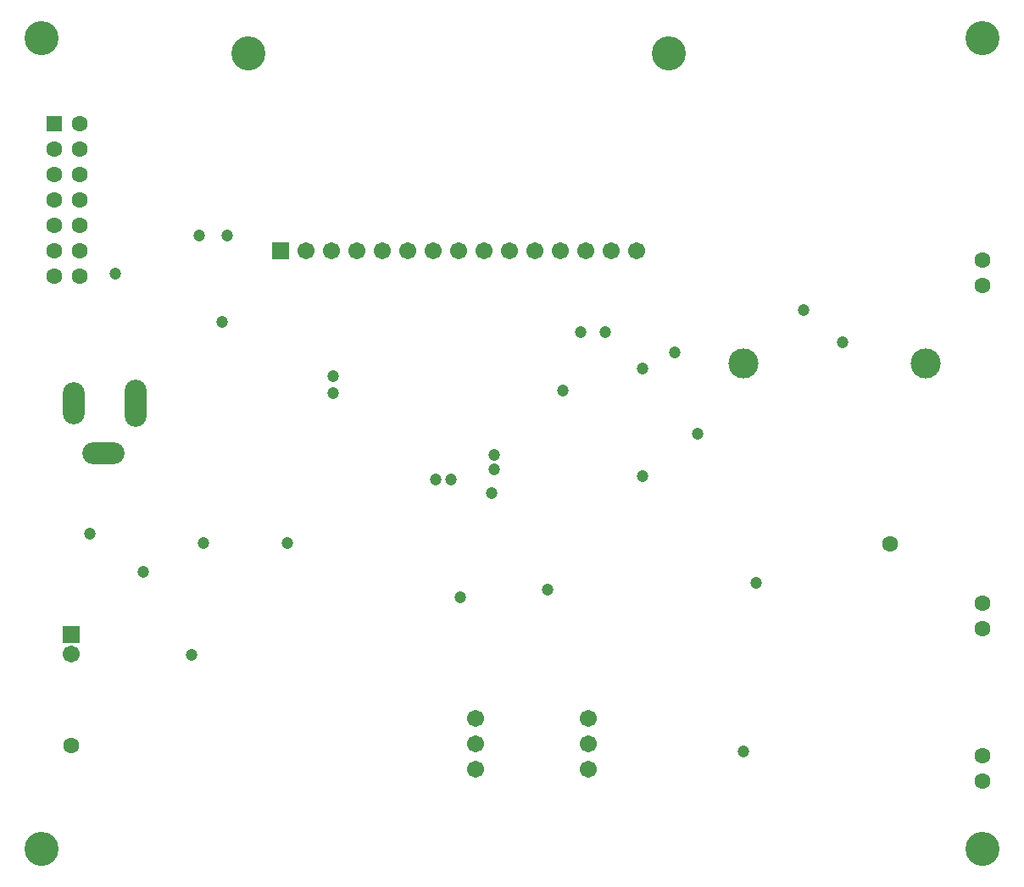
<source format=gbs>
%FSLAX25Y25*%
%MOIN*%
G70*
G01*
G75*
G04 Layer_Color=65280*
%ADD10R,0.05906X0.00984*%
%ADD11R,0.03500X0.03500*%
%ADD12R,0.03937X0.03150*%
%ADD13R,0.05118X0.03937*%
%ADD14R,0.05906X0.03937*%
%ADD15R,0.03937X0.07087*%
%ADD16R,0.03500X0.03500*%
%ADD17R,0.03937X0.05118*%
%ADD18R,0.05906X0.07087*%
%ADD19R,0.03543X0.03740*%
%ADD20R,0.03543X0.03740*%
%ADD21R,0.00984X0.05906*%
%ADD22R,0.00787X0.04724*%
%ADD23R,0.03150X0.02362*%
%ADD24R,0.05512X0.01969*%
%ADD25R,0.05512X0.05512*%
%ADD26C,0.01969*%
%ADD27C,0.01181*%
%ADD28C,0.03937*%
%ADD29C,0.00787*%
%ADD30C,0.01000*%
%ADD31C,0.05512*%
%ADD32R,0.05512X0.05512*%
%ADD33R,0.05906X0.05906*%
%ADD34C,0.05906*%
%ADD35C,0.05512*%
%ADD36C,0.11024*%
%ADD37C,0.12598*%
%ADD38R,0.05906X0.05906*%
%ADD39O,0.07874X0.15748*%
%ADD40C,0.05906*%
%ADD41O,0.15748X0.07874*%
%ADD42O,0.07874X0.17716*%
%ADD43C,0.03937*%
%ADD44C,0.00591*%
%ADD45C,0.00984*%
%ADD46C,0.00600*%
%ADD47C,0.00598*%
%ADD48C,0.00591*%
%ADD49C,0.00394*%
%ADD50R,0.06000X0.01811*%
%ADD51R,0.02000X0.02500*%
%ADD52R,0.04000X0.02811*%
%ADD53R,0.06706X0.01784*%
%ADD54R,0.04300X0.04300*%
%ADD55R,0.04737X0.03950*%
%ADD56R,0.05918X0.04737*%
%ADD57R,0.06706X0.04737*%
%ADD58R,0.04737X0.07887*%
%ADD59R,0.04300X0.04300*%
%ADD60R,0.04737X0.05918*%
%ADD61R,0.06706X0.07887*%
%ADD62R,0.04343X0.04540*%
%ADD63R,0.04343X0.04540*%
%ADD64R,0.01784X0.06706*%
%ADD65R,0.01587X0.05524*%
%ADD66R,0.03950X0.03162*%
%ADD67R,0.06312X0.02769*%
%ADD68R,0.06312X0.06312*%
%ADD69C,0.06312*%
%ADD70R,0.06312X0.06312*%
%ADD71R,0.06706X0.06706*%
%ADD72C,0.06706*%
%ADD73C,0.06312*%
%ADD74C,0.11824*%
%ADD75C,0.13398*%
%ADD76R,0.06706X0.06706*%
%ADD77O,0.08674X0.16548*%
%ADD78C,0.06706*%
%ADD79O,0.16548X0.08674*%
%ADD80O,0.08674X0.18517*%
%ADD81C,0.04737*%
D69*
X13000Y-101436D02*
D03*
Y-91436D02*
D03*
X23000Y-51436D02*
D03*
X13000D02*
D03*
X23000Y-71436D02*
D03*
Y-41436D02*
D03*
X13000Y-71436D02*
D03*
Y-81436D02*
D03*
X23000D02*
D03*
Y-61436D02*
D03*
X13000D02*
D03*
X23000Y-91436D02*
D03*
Y-101436D02*
D03*
D70*
X13000Y-41336D02*
D03*
D71*
X19500Y-242386D02*
D03*
D72*
Y-250260D02*
D03*
X202000Y-91386D02*
D03*
X152000D02*
D03*
X112000D02*
D03*
X122000D02*
D03*
X132000D02*
D03*
X142000D02*
D03*
X162000D02*
D03*
X172000D02*
D03*
X182000D02*
D03*
X192000D02*
D03*
X212000D02*
D03*
X222000D02*
D03*
X232000D02*
D03*
X242000D02*
D03*
X222807Y-295394D02*
D03*
X178516Y-275394D02*
D03*
X222807Y-285394D02*
D03*
Y-275394D02*
D03*
X178516Y-285394D02*
D03*
Y-295394D02*
D03*
D73*
X377953Y-240000D02*
D03*
Y-230000D02*
D03*
Y-300000D02*
D03*
Y-290000D02*
D03*
Y-105000D02*
D03*
Y-95000D02*
D03*
X19500Y-286000D02*
D03*
X341500Y-206886D02*
D03*
D74*
X283824Y-135782D02*
D03*
X355576D02*
D03*
D75*
X254689Y-13697D02*
D03*
X89311D02*
D03*
X7874Y-326772D02*
D03*
X377953D02*
D03*
Y-7874D02*
D03*
X7874D02*
D03*
D76*
X102000Y-91386D02*
D03*
D77*
X20591Y-151386D02*
D03*
D78*
Y-147449D02*
D03*
Y-155323D02*
D03*
X28465Y-171071D02*
D03*
X36339D02*
D03*
X45000Y-146465D02*
D03*
Y-156307D02*
D03*
D79*
X32402Y-171071D02*
D03*
D80*
X45000Y-151386D02*
D03*
D81*
X266000Y-163500D02*
D03*
X289000Y-222000D02*
D03*
X104500Y-206500D02*
D03*
X284000Y-288500D02*
D03*
X207000Y-224886D02*
D03*
X307500Y-114886D02*
D03*
X70000Y-85386D02*
D03*
X81000D02*
D03*
X122500Y-140886D02*
D03*
Y-147386D02*
D03*
X169000Y-181386D02*
D03*
X163000D02*
D03*
X37000Y-100386D02*
D03*
X79000Y-119386D02*
D03*
X71500Y-206500D02*
D03*
X186000Y-171886D02*
D03*
Y-177386D02*
D03*
X220000Y-123386D02*
D03*
X229500D02*
D03*
X257000Y-131386D02*
D03*
X184764Y-186870D02*
D03*
X213000Y-146386D02*
D03*
X244264Y-180150D02*
D03*
X172500Y-227886D02*
D03*
X244264Y-137650D02*
D03*
X323000Y-127386D02*
D03*
X27000Y-202756D02*
D03*
X48000Y-217760D02*
D03*
X67000Y-250386D02*
D03*
M02*

</source>
